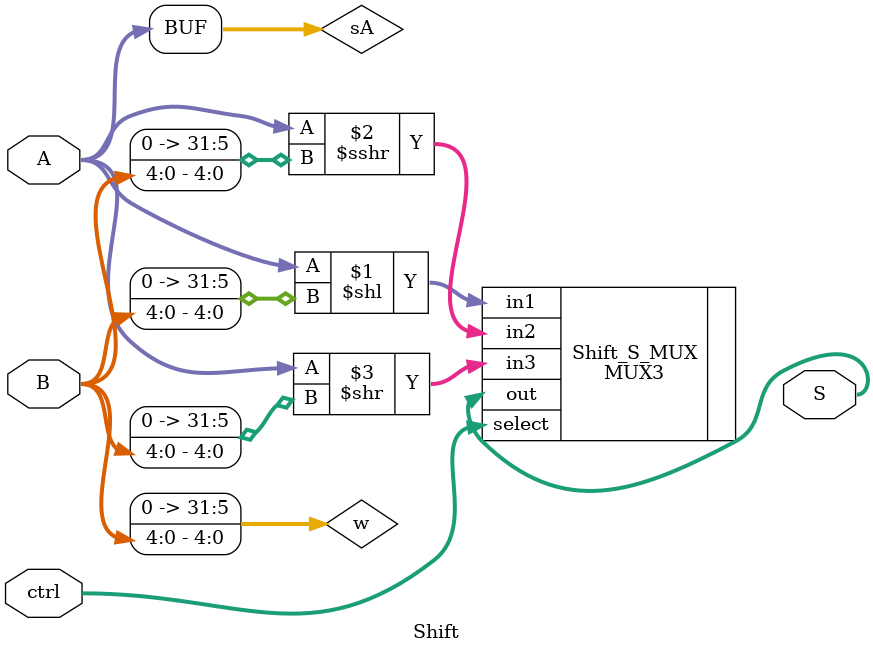
<source format=v>
/*
 * File: ALU.Shift.v
 * "Shiftal" calculating unit
*/
module Shift (
    input[31:0]     A,
    input[31:0]     B,
    input[1:0]      ctrl,
    output[31:0]    S
);
    wire[31:0] w = {{27{1'b0}}, B[4:0]};
    wire signed[31:0] sA = A;
    MUX3#(32)Shift_S_MUX(
        .in1(A << w), .in2(sA >>> w), .in3(A >> w),
        .select(ctrl), .out(S)
    );
endmodule
</source>
